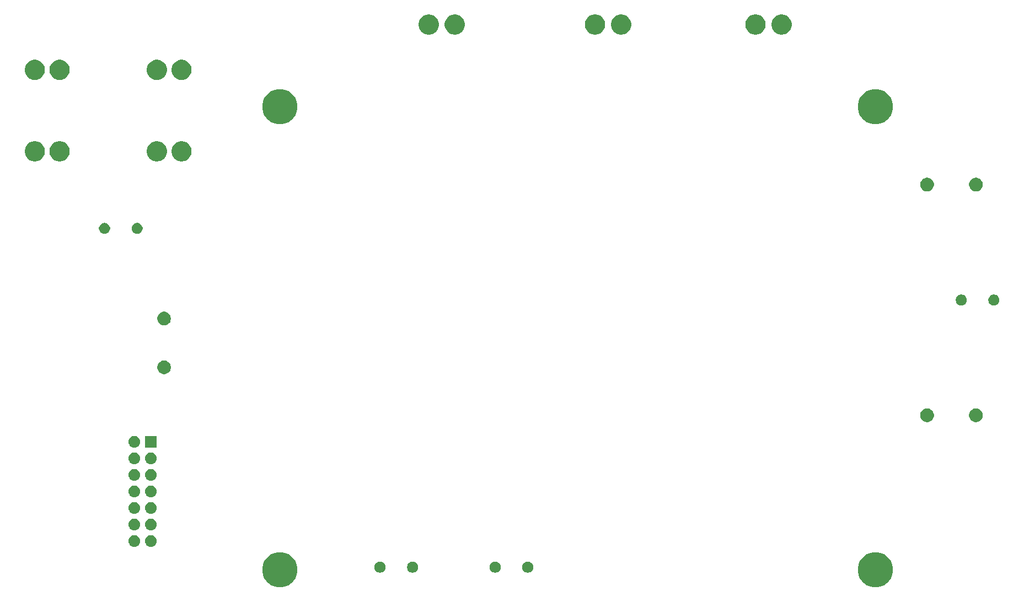
<source format=gbs>
G04 #@! TF.GenerationSoftware,KiCad,Pcbnew,5.0.2+dfsg1-1*
G04 #@! TF.CreationDate,2019-10-25T16:48:50-05:00*
G04 #@! TF.ProjectId,bldc_v1,626c6463-5f76-4312-9e6b-696361645f70,rev?*
G04 #@! TF.SameCoordinates,Original*
G04 #@! TF.FileFunction,Soldermask,Bot*
G04 #@! TF.FilePolarity,Negative*
%FSLAX46Y46*%
G04 Gerber Fmt 4.6, Leading zero omitted, Abs format (unit mm)*
G04 Created by KiCad (PCBNEW 5.0.2+dfsg1-1) date Fri 25 Oct 2019 04:48:50 PM CDT*
%MOMM*%
%LPD*%
G01*
G04 APERTURE LIST*
%ADD10C,0.100000*%
G04 APERTURE END LIST*
D10*
G36*
X200177850Y-126022797D02*
X200177852Y-126022798D01*
X200177853Y-126022798D01*
X200359430Y-126098010D01*
X200669404Y-126226405D01*
X201111790Y-126521998D01*
X201488002Y-126898210D01*
X201783595Y-127340596D01*
X201987203Y-127832150D01*
X202091000Y-128353973D01*
X202091000Y-128886027D01*
X201987203Y-129407850D01*
X201783595Y-129899404D01*
X201488002Y-130341790D01*
X201111790Y-130718002D01*
X200669404Y-131013595D01*
X200359430Y-131141990D01*
X200177853Y-131217202D01*
X200177852Y-131217202D01*
X200177850Y-131217203D01*
X199656027Y-131321000D01*
X199123973Y-131321000D01*
X198602150Y-131217203D01*
X198602148Y-131217202D01*
X198602147Y-131217202D01*
X198420570Y-131141990D01*
X198110596Y-131013595D01*
X197668210Y-130718002D01*
X197291998Y-130341790D01*
X196996405Y-129899404D01*
X196792797Y-129407850D01*
X196689000Y-128886027D01*
X196689000Y-128353973D01*
X196792797Y-127832150D01*
X196996405Y-127340596D01*
X197291998Y-126898210D01*
X197668210Y-126521998D01*
X198110596Y-126226405D01*
X198420570Y-126098010D01*
X198602147Y-126022798D01*
X198602148Y-126022798D01*
X198602150Y-126022797D01*
X199123973Y-125919000D01*
X199656027Y-125919000D01*
X200177850Y-126022797D01*
X200177850Y-126022797D01*
G37*
G36*
X108737850Y-126022797D02*
X108737852Y-126022798D01*
X108737853Y-126022798D01*
X108919430Y-126098010D01*
X109229404Y-126226405D01*
X109671790Y-126521998D01*
X110048002Y-126898210D01*
X110343595Y-127340596D01*
X110547203Y-127832150D01*
X110651000Y-128353973D01*
X110651000Y-128886027D01*
X110547203Y-129407850D01*
X110343595Y-129899404D01*
X110048002Y-130341790D01*
X109671790Y-130718002D01*
X109229404Y-131013595D01*
X108919430Y-131141990D01*
X108737853Y-131217202D01*
X108737852Y-131217202D01*
X108737850Y-131217203D01*
X108216027Y-131321000D01*
X107683973Y-131321000D01*
X107162150Y-131217203D01*
X107162148Y-131217202D01*
X107162147Y-131217202D01*
X106980570Y-131141990D01*
X106670596Y-131013595D01*
X106228210Y-130718002D01*
X105851998Y-130341790D01*
X105556405Y-129899404D01*
X105352797Y-129407850D01*
X105249000Y-128886027D01*
X105249000Y-128353973D01*
X105352797Y-127832150D01*
X105556405Y-127340596D01*
X105851998Y-126898210D01*
X106228210Y-126521998D01*
X106670596Y-126226405D01*
X106980570Y-126098010D01*
X107162147Y-126022798D01*
X107162148Y-126022798D01*
X107162150Y-126022797D01*
X107683973Y-125919000D01*
X108216027Y-125919000D01*
X108737850Y-126022797D01*
X108737850Y-126022797D01*
G37*
G36*
X146248228Y-127401703D02*
X146403100Y-127465853D01*
X146542481Y-127558985D01*
X146661015Y-127677519D01*
X146754147Y-127816900D01*
X146818297Y-127971772D01*
X146851000Y-128136184D01*
X146851000Y-128303816D01*
X146818297Y-128468228D01*
X146754147Y-128623100D01*
X146661015Y-128762481D01*
X146542481Y-128881015D01*
X146403100Y-128974147D01*
X146248228Y-129038297D01*
X146083816Y-129071000D01*
X145916184Y-129071000D01*
X145751772Y-129038297D01*
X145596900Y-128974147D01*
X145457519Y-128881015D01*
X145338985Y-128762481D01*
X145245853Y-128623100D01*
X145181703Y-128468228D01*
X145149000Y-128303816D01*
X145149000Y-128136184D01*
X145181703Y-127971772D01*
X145245853Y-127816900D01*
X145338985Y-127677519D01*
X145457519Y-127558985D01*
X145596900Y-127465853D01*
X145751772Y-127401703D01*
X145916184Y-127369000D01*
X146083816Y-127369000D01*
X146248228Y-127401703D01*
X146248228Y-127401703D01*
G37*
G36*
X123573228Y-127401703D02*
X123728100Y-127465853D01*
X123867481Y-127558985D01*
X123986015Y-127677519D01*
X124079147Y-127816900D01*
X124143297Y-127971772D01*
X124176000Y-128136184D01*
X124176000Y-128303816D01*
X124143297Y-128468228D01*
X124079147Y-128623100D01*
X123986015Y-128762481D01*
X123867481Y-128881015D01*
X123728100Y-128974147D01*
X123573228Y-129038297D01*
X123408816Y-129071000D01*
X123241184Y-129071000D01*
X123076772Y-129038297D01*
X122921900Y-128974147D01*
X122782519Y-128881015D01*
X122663985Y-128762481D01*
X122570853Y-128623100D01*
X122506703Y-128468228D01*
X122474000Y-128303816D01*
X122474000Y-128136184D01*
X122506703Y-127971772D01*
X122570853Y-127816900D01*
X122663985Y-127677519D01*
X122782519Y-127558985D01*
X122921900Y-127465853D01*
X123076772Y-127401703D01*
X123241184Y-127369000D01*
X123408816Y-127369000D01*
X123573228Y-127401703D01*
X123573228Y-127401703D01*
G37*
G36*
X141248228Y-127401703D02*
X141403100Y-127465853D01*
X141542481Y-127558985D01*
X141661015Y-127677519D01*
X141754147Y-127816900D01*
X141818297Y-127971772D01*
X141851000Y-128136184D01*
X141851000Y-128303816D01*
X141818297Y-128468228D01*
X141754147Y-128623100D01*
X141661015Y-128762481D01*
X141542481Y-128881015D01*
X141403100Y-128974147D01*
X141248228Y-129038297D01*
X141083816Y-129071000D01*
X140916184Y-129071000D01*
X140751772Y-129038297D01*
X140596900Y-128974147D01*
X140457519Y-128881015D01*
X140338985Y-128762481D01*
X140245853Y-128623100D01*
X140181703Y-128468228D01*
X140149000Y-128303816D01*
X140149000Y-128136184D01*
X140181703Y-127971772D01*
X140245853Y-127816900D01*
X140338985Y-127677519D01*
X140457519Y-127558985D01*
X140596900Y-127465853D01*
X140751772Y-127401703D01*
X140916184Y-127369000D01*
X141083816Y-127369000D01*
X141248228Y-127401703D01*
X141248228Y-127401703D01*
G37*
G36*
X128573228Y-127401703D02*
X128728100Y-127465853D01*
X128867481Y-127558985D01*
X128986015Y-127677519D01*
X129079147Y-127816900D01*
X129143297Y-127971772D01*
X129176000Y-128136184D01*
X129176000Y-128303816D01*
X129143297Y-128468228D01*
X129079147Y-128623100D01*
X128986015Y-128762481D01*
X128867481Y-128881015D01*
X128728100Y-128974147D01*
X128573228Y-129038297D01*
X128408816Y-129071000D01*
X128241184Y-129071000D01*
X128076772Y-129038297D01*
X127921900Y-128974147D01*
X127782519Y-128881015D01*
X127663985Y-128762481D01*
X127570853Y-128623100D01*
X127506703Y-128468228D01*
X127474000Y-128303816D01*
X127474000Y-128136184D01*
X127506703Y-127971772D01*
X127570853Y-127816900D01*
X127663985Y-127677519D01*
X127782519Y-127558985D01*
X127921900Y-127465853D01*
X128076772Y-127401703D01*
X128241184Y-127369000D01*
X128408816Y-127369000D01*
X128573228Y-127401703D01*
X128573228Y-127401703D01*
G37*
G36*
X85708442Y-123311518D02*
X85774627Y-123318037D01*
X85887853Y-123352384D01*
X85944467Y-123369557D01*
X86083087Y-123443652D01*
X86100991Y-123453222D01*
X86136729Y-123482552D01*
X86238186Y-123565814D01*
X86321448Y-123667271D01*
X86350778Y-123703009D01*
X86350779Y-123703011D01*
X86434443Y-123859533D01*
X86434443Y-123859534D01*
X86485963Y-124029373D01*
X86503359Y-124206000D01*
X86485963Y-124382627D01*
X86451616Y-124495853D01*
X86434443Y-124552467D01*
X86360348Y-124691087D01*
X86350778Y-124708991D01*
X86321448Y-124744729D01*
X86238186Y-124846186D01*
X86136729Y-124929448D01*
X86100991Y-124958778D01*
X86100989Y-124958779D01*
X85944467Y-125042443D01*
X85887853Y-125059616D01*
X85774627Y-125093963D01*
X85708443Y-125100481D01*
X85642260Y-125107000D01*
X85553740Y-125107000D01*
X85487557Y-125100481D01*
X85421373Y-125093963D01*
X85308147Y-125059616D01*
X85251533Y-125042443D01*
X85095011Y-124958779D01*
X85095009Y-124958778D01*
X85059271Y-124929448D01*
X84957814Y-124846186D01*
X84874552Y-124744729D01*
X84845222Y-124708991D01*
X84835652Y-124691087D01*
X84761557Y-124552467D01*
X84744384Y-124495853D01*
X84710037Y-124382627D01*
X84692641Y-124206000D01*
X84710037Y-124029373D01*
X84761557Y-123859534D01*
X84761557Y-123859533D01*
X84845221Y-123703011D01*
X84845222Y-123703009D01*
X84874552Y-123667271D01*
X84957814Y-123565814D01*
X85059271Y-123482552D01*
X85095009Y-123453222D01*
X85112913Y-123443652D01*
X85251533Y-123369557D01*
X85308147Y-123352384D01*
X85421373Y-123318037D01*
X85487558Y-123311518D01*
X85553740Y-123305000D01*
X85642260Y-123305000D01*
X85708442Y-123311518D01*
X85708442Y-123311518D01*
G37*
G36*
X88248442Y-123311518D02*
X88314627Y-123318037D01*
X88427853Y-123352384D01*
X88484467Y-123369557D01*
X88623087Y-123443652D01*
X88640991Y-123453222D01*
X88676729Y-123482552D01*
X88778186Y-123565814D01*
X88861448Y-123667271D01*
X88890778Y-123703009D01*
X88890779Y-123703011D01*
X88974443Y-123859533D01*
X88974443Y-123859534D01*
X89025963Y-124029373D01*
X89043359Y-124206000D01*
X89025963Y-124382627D01*
X88991616Y-124495853D01*
X88974443Y-124552467D01*
X88900348Y-124691087D01*
X88890778Y-124708991D01*
X88861448Y-124744729D01*
X88778186Y-124846186D01*
X88676729Y-124929448D01*
X88640991Y-124958778D01*
X88640989Y-124958779D01*
X88484467Y-125042443D01*
X88427853Y-125059616D01*
X88314627Y-125093963D01*
X88248443Y-125100481D01*
X88182260Y-125107000D01*
X88093740Y-125107000D01*
X88027557Y-125100481D01*
X87961373Y-125093963D01*
X87848147Y-125059616D01*
X87791533Y-125042443D01*
X87635011Y-124958779D01*
X87635009Y-124958778D01*
X87599271Y-124929448D01*
X87497814Y-124846186D01*
X87414552Y-124744729D01*
X87385222Y-124708991D01*
X87375652Y-124691087D01*
X87301557Y-124552467D01*
X87284384Y-124495853D01*
X87250037Y-124382627D01*
X87232641Y-124206000D01*
X87250037Y-124029373D01*
X87301557Y-123859534D01*
X87301557Y-123859533D01*
X87385221Y-123703011D01*
X87385222Y-123703009D01*
X87414552Y-123667271D01*
X87497814Y-123565814D01*
X87599271Y-123482552D01*
X87635009Y-123453222D01*
X87652913Y-123443652D01*
X87791533Y-123369557D01*
X87848147Y-123352384D01*
X87961373Y-123318037D01*
X88027558Y-123311518D01*
X88093740Y-123305000D01*
X88182260Y-123305000D01*
X88248442Y-123311518D01*
X88248442Y-123311518D01*
G37*
G36*
X85708442Y-120771518D02*
X85774627Y-120778037D01*
X85887853Y-120812384D01*
X85944467Y-120829557D01*
X86083087Y-120903652D01*
X86100991Y-120913222D01*
X86136729Y-120942552D01*
X86238186Y-121025814D01*
X86321448Y-121127271D01*
X86350778Y-121163009D01*
X86350779Y-121163011D01*
X86434443Y-121319533D01*
X86434443Y-121319534D01*
X86485963Y-121489373D01*
X86503359Y-121666000D01*
X86485963Y-121842627D01*
X86451616Y-121955853D01*
X86434443Y-122012467D01*
X86360348Y-122151087D01*
X86350778Y-122168991D01*
X86321448Y-122204729D01*
X86238186Y-122306186D01*
X86136729Y-122389448D01*
X86100991Y-122418778D01*
X86100989Y-122418779D01*
X85944467Y-122502443D01*
X85887853Y-122519616D01*
X85774627Y-122553963D01*
X85708442Y-122560482D01*
X85642260Y-122567000D01*
X85553740Y-122567000D01*
X85487558Y-122560482D01*
X85421373Y-122553963D01*
X85308147Y-122519616D01*
X85251533Y-122502443D01*
X85095011Y-122418779D01*
X85095009Y-122418778D01*
X85059271Y-122389448D01*
X84957814Y-122306186D01*
X84874552Y-122204729D01*
X84845222Y-122168991D01*
X84835652Y-122151087D01*
X84761557Y-122012467D01*
X84744384Y-121955853D01*
X84710037Y-121842627D01*
X84692641Y-121666000D01*
X84710037Y-121489373D01*
X84761557Y-121319534D01*
X84761557Y-121319533D01*
X84845221Y-121163011D01*
X84845222Y-121163009D01*
X84874552Y-121127271D01*
X84957814Y-121025814D01*
X85059271Y-120942552D01*
X85095009Y-120913222D01*
X85112913Y-120903652D01*
X85251533Y-120829557D01*
X85308147Y-120812384D01*
X85421373Y-120778037D01*
X85487558Y-120771518D01*
X85553740Y-120765000D01*
X85642260Y-120765000D01*
X85708442Y-120771518D01*
X85708442Y-120771518D01*
G37*
G36*
X88248442Y-120771518D02*
X88314627Y-120778037D01*
X88427853Y-120812384D01*
X88484467Y-120829557D01*
X88623087Y-120903652D01*
X88640991Y-120913222D01*
X88676729Y-120942552D01*
X88778186Y-121025814D01*
X88861448Y-121127271D01*
X88890778Y-121163009D01*
X88890779Y-121163011D01*
X88974443Y-121319533D01*
X88974443Y-121319534D01*
X89025963Y-121489373D01*
X89043359Y-121666000D01*
X89025963Y-121842627D01*
X88991616Y-121955853D01*
X88974443Y-122012467D01*
X88900348Y-122151087D01*
X88890778Y-122168991D01*
X88861448Y-122204729D01*
X88778186Y-122306186D01*
X88676729Y-122389448D01*
X88640991Y-122418778D01*
X88640989Y-122418779D01*
X88484467Y-122502443D01*
X88427853Y-122519616D01*
X88314627Y-122553963D01*
X88248442Y-122560482D01*
X88182260Y-122567000D01*
X88093740Y-122567000D01*
X88027558Y-122560482D01*
X87961373Y-122553963D01*
X87848147Y-122519616D01*
X87791533Y-122502443D01*
X87635011Y-122418779D01*
X87635009Y-122418778D01*
X87599271Y-122389448D01*
X87497814Y-122306186D01*
X87414552Y-122204729D01*
X87385222Y-122168991D01*
X87375652Y-122151087D01*
X87301557Y-122012467D01*
X87284384Y-121955853D01*
X87250037Y-121842627D01*
X87232641Y-121666000D01*
X87250037Y-121489373D01*
X87301557Y-121319534D01*
X87301557Y-121319533D01*
X87385221Y-121163011D01*
X87385222Y-121163009D01*
X87414552Y-121127271D01*
X87497814Y-121025814D01*
X87599271Y-120942552D01*
X87635009Y-120913222D01*
X87652913Y-120903652D01*
X87791533Y-120829557D01*
X87848147Y-120812384D01*
X87961373Y-120778037D01*
X88027558Y-120771518D01*
X88093740Y-120765000D01*
X88182260Y-120765000D01*
X88248442Y-120771518D01*
X88248442Y-120771518D01*
G37*
G36*
X85708442Y-118231518D02*
X85774627Y-118238037D01*
X85887853Y-118272384D01*
X85944467Y-118289557D01*
X86083087Y-118363652D01*
X86100991Y-118373222D01*
X86136729Y-118402552D01*
X86238186Y-118485814D01*
X86321448Y-118587271D01*
X86350778Y-118623009D01*
X86350779Y-118623011D01*
X86434443Y-118779533D01*
X86434443Y-118779534D01*
X86485963Y-118949373D01*
X86503359Y-119126000D01*
X86485963Y-119302627D01*
X86451616Y-119415853D01*
X86434443Y-119472467D01*
X86360348Y-119611087D01*
X86350778Y-119628991D01*
X86321448Y-119664729D01*
X86238186Y-119766186D01*
X86136729Y-119849448D01*
X86100991Y-119878778D01*
X86100989Y-119878779D01*
X85944467Y-119962443D01*
X85887853Y-119979616D01*
X85774627Y-120013963D01*
X85708442Y-120020482D01*
X85642260Y-120027000D01*
X85553740Y-120027000D01*
X85487558Y-120020482D01*
X85421373Y-120013963D01*
X85308147Y-119979616D01*
X85251533Y-119962443D01*
X85095011Y-119878779D01*
X85095009Y-119878778D01*
X85059271Y-119849448D01*
X84957814Y-119766186D01*
X84874552Y-119664729D01*
X84845222Y-119628991D01*
X84835652Y-119611087D01*
X84761557Y-119472467D01*
X84744384Y-119415853D01*
X84710037Y-119302627D01*
X84692641Y-119126000D01*
X84710037Y-118949373D01*
X84761557Y-118779534D01*
X84761557Y-118779533D01*
X84845221Y-118623011D01*
X84845222Y-118623009D01*
X84874552Y-118587271D01*
X84957814Y-118485814D01*
X85059271Y-118402552D01*
X85095009Y-118373222D01*
X85112913Y-118363652D01*
X85251533Y-118289557D01*
X85308147Y-118272384D01*
X85421373Y-118238037D01*
X85487558Y-118231518D01*
X85553740Y-118225000D01*
X85642260Y-118225000D01*
X85708442Y-118231518D01*
X85708442Y-118231518D01*
G37*
G36*
X88248442Y-118231518D02*
X88314627Y-118238037D01*
X88427853Y-118272384D01*
X88484467Y-118289557D01*
X88623087Y-118363652D01*
X88640991Y-118373222D01*
X88676729Y-118402552D01*
X88778186Y-118485814D01*
X88861448Y-118587271D01*
X88890778Y-118623009D01*
X88890779Y-118623011D01*
X88974443Y-118779533D01*
X88974443Y-118779534D01*
X89025963Y-118949373D01*
X89043359Y-119126000D01*
X89025963Y-119302627D01*
X88991616Y-119415853D01*
X88974443Y-119472467D01*
X88900348Y-119611087D01*
X88890778Y-119628991D01*
X88861448Y-119664729D01*
X88778186Y-119766186D01*
X88676729Y-119849448D01*
X88640991Y-119878778D01*
X88640989Y-119878779D01*
X88484467Y-119962443D01*
X88427853Y-119979616D01*
X88314627Y-120013963D01*
X88248442Y-120020482D01*
X88182260Y-120027000D01*
X88093740Y-120027000D01*
X88027558Y-120020482D01*
X87961373Y-120013963D01*
X87848147Y-119979616D01*
X87791533Y-119962443D01*
X87635011Y-119878779D01*
X87635009Y-119878778D01*
X87599271Y-119849448D01*
X87497814Y-119766186D01*
X87414552Y-119664729D01*
X87385222Y-119628991D01*
X87375652Y-119611087D01*
X87301557Y-119472467D01*
X87284384Y-119415853D01*
X87250037Y-119302627D01*
X87232641Y-119126000D01*
X87250037Y-118949373D01*
X87301557Y-118779534D01*
X87301557Y-118779533D01*
X87385221Y-118623011D01*
X87385222Y-118623009D01*
X87414552Y-118587271D01*
X87497814Y-118485814D01*
X87599271Y-118402552D01*
X87635009Y-118373222D01*
X87652913Y-118363652D01*
X87791533Y-118289557D01*
X87848147Y-118272384D01*
X87961373Y-118238037D01*
X88027558Y-118231518D01*
X88093740Y-118225000D01*
X88182260Y-118225000D01*
X88248442Y-118231518D01*
X88248442Y-118231518D01*
G37*
G36*
X85708443Y-115691519D02*
X85774627Y-115698037D01*
X85887853Y-115732384D01*
X85944467Y-115749557D01*
X86083087Y-115823652D01*
X86100991Y-115833222D01*
X86136729Y-115862552D01*
X86238186Y-115945814D01*
X86321448Y-116047271D01*
X86350778Y-116083009D01*
X86350779Y-116083011D01*
X86434443Y-116239533D01*
X86434443Y-116239534D01*
X86485963Y-116409373D01*
X86503359Y-116586000D01*
X86485963Y-116762627D01*
X86451616Y-116875853D01*
X86434443Y-116932467D01*
X86360348Y-117071087D01*
X86350778Y-117088991D01*
X86321448Y-117124729D01*
X86238186Y-117226186D01*
X86136729Y-117309448D01*
X86100991Y-117338778D01*
X86100989Y-117338779D01*
X85944467Y-117422443D01*
X85887853Y-117439616D01*
X85774627Y-117473963D01*
X85708442Y-117480482D01*
X85642260Y-117487000D01*
X85553740Y-117487000D01*
X85487558Y-117480482D01*
X85421373Y-117473963D01*
X85308147Y-117439616D01*
X85251533Y-117422443D01*
X85095011Y-117338779D01*
X85095009Y-117338778D01*
X85059271Y-117309448D01*
X84957814Y-117226186D01*
X84874552Y-117124729D01*
X84845222Y-117088991D01*
X84835652Y-117071087D01*
X84761557Y-116932467D01*
X84744384Y-116875853D01*
X84710037Y-116762627D01*
X84692641Y-116586000D01*
X84710037Y-116409373D01*
X84761557Y-116239534D01*
X84761557Y-116239533D01*
X84845221Y-116083011D01*
X84845222Y-116083009D01*
X84874552Y-116047271D01*
X84957814Y-115945814D01*
X85059271Y-115862552D01*
X85095009Y-115833222D01*
X85112913Y-115823652D01*
X85251533Y-115749557D01*
X85308147Y-115732384D01*
X85421373Y-115698037D01*
X85487557Y-115691519D01*
X85553740Y-115685000D01*
X85642260Y-115685000D01*
X85708443Y-115691519D01*
X85708443Y-115691519D01*
G37*
G36*
X88248443Y-115691519D02*
X88314627Y-115698037D01*
X88427853Y-115732384D01*
X88484467Y-115749557D01*
X88623087Y-115823652D01*
X88640991Y-115833222D01*
X88676729Y-115862552D01*
X88778186Y-115945814D01*
X88861448Y-116047271D01*
X88890778Y-116083009D01*
X88890779Y-116083011D01*
X88974443Y-116239533D01*
X88974443Y-116239534D01*
X89025963Y-116409373D01*
X89043359Y-116586000D01*
X89025963Y-116762627D01*
X88991616Y-116875853D01*
X88974443Y-116932467D01*
X88900348Y-117071087D01*
X88890778Y-117088991D01*
X88861448Y-117124729D01*
X88778186Y-117226186D01*
X88676729Y-117309448D01*
X88640991Y-117338778D01*
X88640989Y-117338779D01*
X88484467Y-117422443D01*
X88427853Y-117439616D01*
X88314627Y-117473963D01*
X88248442Y-117480482D01*
X88182260Y-117487000D01*
X88093740Y-117487000D01*
X88027558Y-117480482D01*
X87961373Y-117473963D01*
X87848147Y-117439616D01*
X87791533Y-117422443D01*
X87635011Y-117338779D01*
X87635009Y-117338778D01*
X87599271Y-117309448D01*
X87497814Y-117226186D01*
X87414552Y-117124729D01*
X87385222Y-117088991D01*
X87375652Y-117071087D01*
X87301557Y-116932467D01*
X87284384Y-116875853D01*
X87250037Y-116762627D01*
X87232641Y-116586000D01*
X87250037Y-116409373D01*
X87301557Y-116239534D01*
X87301557Y-116239533D01*
X87385221Y-116083011D01*
X87385222Y-116083009D01*
X87414552Y-116047271D01*
X87497814Y-115945814D01*
X87599271Y-115862552D01*
X87635009Y-115833222D01*
X87652913Y-115823652D01*
X87791533Y-115749557D01*
X87848147Y-115732384D01*
X87961373Y-115698037D01*
X88027557Y-115691519D01*
X88093740Y-115685000D01*
X88182260Y-115685000D01*
X88248443Y-115691519D01*
X88248443Y-115691519D01*
G37*
G36*
X88248442Y-113151518D02*
X88314627Y-113158037D01*
X88427853Y-113192384D01*
X88484467Y-113209557D01*
X88623087Y-113283652D01*
X88640991Y-113293222D01*
X88676729Y-113322552D01*
X88778186Y-113405814D01*
X88861448Y-113507271D01*
X88890778Y-113543009D01*
X88890779Y-113543011D01*
X88974443Y-113699533D01*
X88974443Y-113699534D01*
X89025963Y-113869373D01*
X89043359Y-114046000D01*
X89025963Y-114222627D01*
X88991616Y-114335853D01*
X88974443Y-114392467D01*
X88900348Y-114531087D01*
X88890778Y-114548991D01*
X88861448Y-114584729D01*
X88778186Y-114686186D01*
X88676729Y-114769448D01*
X88640991Y-114798778D01*
X88640989Y-114798779D01*
X88484467Y-114882443D01*
X88427853Y-114899616D01*
X88314627Y-114933963D01*
X88248442Y-114940482D01*
X88182260Y-114947000D01*
X88093740Y-114947000D01*
X88027558Y-114940482D01*
X87961373Y-114933963D01*
X87848147Y-114899616D01*
X87791533Y-114882443D01*
X87635011Y-114798779D01*
X87635009Y-114798778D01*
X87599271Y-114769448D01*
X87497814Y-114686186D01*
X87414552Y-114584729D01*
X87385222Y-114548991D01*
X87375652Y-114531087D01*
X87301557Y-114392467D01*
X87284384Y-114335853D01*
X87250037Y-114222627D01*
X87232641Y-114046000D01*
X87250037Y-113869373D01*
X87301557Y-113699534D01*
X87301557Y-113699533D01*
X87385221Y-113543011D01*
X87385222Y-113543009D01*
X87414552Y-113507271D01*
X87497814Y-113405814D01*
X87599271Y-113322552D01*
X87635009Y-113293222D01*
X87652913Y-113283652D01*
X87791533Y-113209557D01*
X87848147Y-113192384D01*
X87961373Y-113158037D01*
X88027558Y-113151518D01*
X88093740Y-113145000D01*
X88182260Y-113145000D01*
X88248442Y-113151518D01*
X88248442Y-113151518D01*
G37*
G36*
X85708442Y-113151518D02*
X85774627Y-113158037D01*
X85887853Y-113192384D01*
X85944467Y-113209557D01*
X86083087Y-113283652D01*
X86100991Y-113293222D01*
X86136729Y-113322552D01*
X86238186Y-113405814D01*
X86321448Y-113507271D01*
X86350778Y-113543009D01*
X86350779Y-113543011D01*
X86434443Y-113699533D01*
X86434443Y-113699534D01*
X86485963Y-113869373D01*
X86503359Y-114046000D01*
X86485963Y-114222627D01*
X86451616Y-114335853D01*
X86434443Y-114392467D01*
X86360348Y-114531087D01*
X86350778Y-114548991D01*
X86321448Y-114584729D01*
X86238186Y-114686186D01*
X86136729Y-114769448D01*
X86100991Y-114798778D01*
X86100989Y-114798779D01*
X85944467Y-114882443D01*
X85887853Y-114899616D01*
X85774627Y-114933963D01*
X85708442Y-114940482D01*
X85642260Y-114947000D01*
X85553740Y-114947000D01*
X85487558Y-114940482D01*
X85421373Y-114933963D01*
X85308147Y-114899616D01*
X85251533Y-114882443D01*
X85095011Y-114798779D01*
X85095009Y-114798778D01*
X85059271Y-114769448D01*
X84957814Y-114686186D01*
X84874552Y-114584729D01*
X84845222Y-114548991D01*
X84835652Y-114531087D01*
X84761557Y-114392467D01*
X84744384Y-114335853D01*
X84710037Y-114222627D01*
X84692641Y-114046000D01*
X84710037Y-113869373D01*
X84761557Y-113699534D01*
X84761557Y-113699533D01*
X84845221Y-113543011D01*
X84845222Y-113543009D01*
X84874552Y-113507271D01*
X84957814Y-113405814D01*
X85059271Y-113322552D01*
X85095009Y-113293222D01*
X85112913Y-113283652D01*
X85251533Y-113209557D01*
X85308147Y-113192384D01*
X85421373Y-113158037D01*
X85487558Y-113151518D01*
X85553740Y-113145000D01*
X85642260Y-113145000D01*
X85708442Y-113151518D01*
X85708442Y-113151518D01*
G37*
G36*
X88248443Y-110611519D02*
X88314627Y-110618037D01*
X88427853Y-110652384D01*
X88484467Y-110669557D01*
X88623087Y-110743652D01*
X88640991Y-110753222D01*
X88676729Y-110782552D01*
X88778186Y-110865814D01*
X88861448Y-110967271D01*
X88890778Y-111003009D01*
X88890779Y-111003011D01*
X88974443Y-111159533D01*
X88974443Y-111159534D01*
X89025963Y-111329373D01*
X89043359Y-111506000D01*
X89025963Y-111682627D01*
X88991616Y-111795853D01*
X88974443Y-111852467D01*
X88900348Y-111991087D01*
X88890778Y-112008991D01*
X88861448Y-112044729D01*
X88778186Y-112146186D01*
X88676729Y-112229448D01*
X88640991Y-112258778D01*
X88640989Y-112258779D01*
X88484467Y-112342443D01*
X88427853Y-112359616D01*
X88314627Y-112393963D01*
X88248443Y-112400481D01*
X88182260Y-112407000D01*
X88093740Y-112407000D01*
X88027557Y-112400481D01*
X87961373Y-112393963D01*
X87848147Y-112359616D01*
X87791533Y-112342443D01*
X87635011Y-112258779D01*
X87635009Y-112258778D01*
X87599271Y-112229448D01*
X87497814Y-112146186D01*
X87414552Y-112044729D01*
X87385222Y-112008991D01*
X87375652Y-111991087D01*
X87301557Y-111852467D01*
X87284384Y-111795853D01*
X87250037Y-111682627D01*
X87232641Y-111506000D01*
X87250037Y-111329373D01*
X87301557Y-111159534D01*
X87301557Y-111159533D01*
X87385221Y-111003011D01*
X87385222Y-111003009D01*
X87414552Y-110967271D01*
X87497814Y-110865814D01*
X87599271Y-110782552D01*
X87635009Y-110753222D01*
X87652913Y-110743652D01*
X87791533Y-110669557D01*
X87848147Y-110652384D01*
X87961373Y-110618037D01*
X88027557Y-110611519D01*
X88093740Y-110605000D01*
X88182260Y-110605000D01*
X88248443Y-110611519D01*
X88248443Y-110611519D01*
G37*
G36*
X85708443Y-110611519D02*
X85774627Y-110618037D01*
X85887853Y-110652384D01*
X85944467Y-110669557D01*
X86083087Y-110743652D01*
X86100991Y-110753222D01*
X86136729Y-110782552D01*
X86238186Y-110865814D01*
X86321448Y-110967271D01*
X86350778Y-111003009D01*
X86350779Y-111003011D01*
X86434443Y-111159533D01*
X86434443Y-111159534D01*
X86485963Y-111329373D01*
X86503359Y-111506000D01*
X86485963Y-111682627D01*
X86451616Y-111795853D01*
X86434443Y-111852467D01*
X86360348Y-111991087D01*
X86350778Y-112008991D01*
X86321448Y-112044729D01*
X86238186Y-112146186D01*
X86136729Y-112229448D01*
X86100991Y-112258778D01*
X86100989Y-112258779D01*
X85944467Y-112342443D01*
X85887853Y-112359616D01*
X85774627Y-112393963D01*
X85708443Y-112400481D01*
X85642260Y-112407000D01*
X85553740Y-112407000D01*
X85487557Y-112400481D01*
X85421373Y-112393963D01*
X85308147Y-112359616D01*
X85251533Y-112342443D01*
X85095011Y-112258779D01*
X85095009Y-112258778D01*
X85059271Y-112229448D01*
X84957814Y-112146186D01*
X84874552Y-112044729D01*
X84845222Y-112008991D01*
X84835652Y-111991087D01*
X84761557Y-111852467D01*
X84744384Y-111795853D01*
X84710037Y-111682627D01*
X84692641Y-111506000D01*
X84710037Y-111329373D01*
X84761557Y-111159534D01*
X84761557Y-111159533D01*
X84845221Y-111003011D01*
X84845222Y-111003009D01*
X84874552Y-110967271D01*
X84957814Y-110865814D01*
X85059271Y-110782552D01*
X85095009Y-110753222D01*
X85112913Y-110743652D01*
X85251533Y-110669557D01*
X85308147Y-110652384D01*
X85421373Y-110618037D01*
X85487557Y-110611519D01*
X85553740Y-110605000D01*
X85642260Y-110605000D01*
X85708443Y-110611519D01*
X85708443Y-110611519D01*
G37*
G36*
X85708443Y-108071519D02*
X85774627Y-108078037D01*
X85887853Y-108112384D01*
X85944467Y-108129557D01*
X86083087Y-108203652D01*
X86100991Y-108213222D01*
X86136729Y-108242552D01*
X86238186Y-108325814D01*
X86321448Y-108427271D01*
X86350778Y-108463009D01*
X86350779Y-108463011D01*
X86434443Y-108619533D01*
X86434443Y-108619534D01*
X86485963Y-108789373D01*
X86503359Y-108966000D01*
X86485963Y-109142627D01*
X86451616Y-109255853D01*
X86434443Y-109312467D01*
X86360348Y-109451087D01*
X86350778Y-109468991D01*
X86321448Y-109504729D01*
X86238186Y-109606186D01*
X86136729Y-109689448D01*
X86100991Y-109718778D01*
X86100989Y-109718779D01*
X85944467Y-109802443D01*
X85887853Y-109819616D01*
X85774627Y-109853963D01*
X85708443Y-109860481D01*
X85642260Y-109867000D01*
X85553740Y-109867000D01*
X85487557Y-109860481D01*
X85421373Y-109853963D01*
X85308147Y-109819616D01*
X85251533Y-109802443D01*
X85095011Y-109718779D01*
X85095009Y-109718778D01*
X85059271Y-109689448D01*
X84957814Y-109606186D01*
X84874552Y-109504729D01*
X84845222Y-109468991D01*
X84835652Y-109451087D01*
X84761557Y-109312467D01*
X84744384Y-109255853D01*
X84710037Y-109142627D01*
X84692641Y-108966000D01*
X84710037Y-108789373D01*
X84761557Y-108619534D01*
X84761557Y-108619533D01*
X84845221Y-108463011D01*
X84845222Y-108463009D01*
X84874552Y-108427271D01*
X84957814Y-108325814D01*
X85059271Y-108242552D01*
X85095009Y-108213222D01*
X85112913Y-108203652D01*
X85251533Y-108129557D01*
X85308147Y-108112384D01*
X85421373Y-108078037D01*
X85487557Y-108071519D01*
X85553740Y-108065000D01*
X85642260Y-108065000D01*
X85708443Y-108071519D01*
X85708443Y-108071519D01*
G37*
G36*
X89039000Y-109867000D02*
X87237000Y-109867000D01*
X87237000Y-108065000D01*
X89039000Y-108065000D01*
X89039000Y-109867000D01*
X89039000Y-109867000D01*
G37*
G36*
X207631565Y-103889389D02*
X207822834Y-103968615D01*
X207994976Y-104083637D01*
X208141363Y-104230024D01*
X208256385Y-104402166D01*
X208335611Y-104593435D01*
X208376000Y-104796484D01*
X208376000Y-105003516D01*
X208335611Y-105206565D01*
X208256385Y-105397834D01*
X208141363Y-105569976D01*
X207994976Y-105716363D01*
X207822834Y-105831385D01*
X207631565Y-105910611D01*
X207428516Y-105951000D01*
X207221484Y-105951000D01*
X207018435Y-105910611D01*
X206827166Y-105831385D01*
X206655024Y-105716363D01*
X206508637Y-105569976D01*
X206393615Y-105397834D01*
X206314389Y-105206565D01*
X206274000Y-105003516D01*
X206274000Y-104796484D01*
X206314389Y-104593435D01*
X206393615Y-104402166D01*
X206508637Y-104230024D01*
X206655024Y-104083637D01*
X206827166Y-103968615D01*
X207018435Y-103889389D01*
X207221484Y-103849000D01*
X207428516Y-103849000D01*
X207631565Y-103889389D01*
X207631565Y-103889389D01*
G37*
G36*
X215131565Y-103889389D02*
X215322834Y-103968615D01*
X215494976Y-104083637D01*
X215641363Y-104230024D01*
X215756385Y-104402166D01*
X215835611Y-104593435D01*
X215876000Y-104796484D01*
X215876000Y-105003516D01*
X215835611Y-105206565D01*
X215756385Y-105397834D01*
X215641363Y-105569976D01*
X215494976Y-105716363D01*
X215322834Y-105831385D01*
X215131565Y-105910611D01*
X214928516Y-105951000D01*
X214721484Y-105951000D01*
X214518435Y-105910611D01*
X214327166Y-105831385D01*
X214155024Y-105716363D01*
X214008637Y-105569976D01*
X213893615Y-105397834D01*
X213814389Y-105206565D01*
X213774000Y-105003516D01*
X213774000Y-104796484D01*
X213814389Y-104593435D01*
X213893615Y-104402166D01*
X214008637Y-104230024D01*
X214155024Y-104083637D01*
X214327166Y-103968615D01*
X214518435Y-103889389D01*
X214721484Y-103849000D01*
X214928516Y-103849000D01*
X215131565Y-103889389D01*
X215131565Y-103889389D01*
G37*
G36*
X90476565Y-96525389D02*
X90667834Y-96604615D01*
X90839976Y-96719637D01*
X90986363Y-96866024D01*
X91101385Y-97038166D01*
X91180611Y-97229435D01*
X91221000Y-97432484D01*
X91221000Y-97639516D01*
X91180611Y-97842565D01*
X91101385Y-98033834D01*
X90986363Y-98205976D01*
X90839976Y-98352363D01*
X90667834Y-98467385D01*
X90476565Y-98546611D01*
X90273516Y-98587000D01*
X90066484Y-98587000D01*
X89863435Y-98546611D01*
X89672166Y-98467385D01*
X89500024Y-98352363D01*
X89353637Y-98205976D01*
X89238615Y-98033834D01*
X89159389Y-97842565D01*
X89119000Y-97639516D01*
X89119000Y-97432484D01*
X89159389Y-97229435D01*
X89238615Y-97038166D01*
X89353637Y-96866024D01*
X89500024Y-96719637D01*
X89672166Y-96604615D01*
X89863435Y-96525389D01*
X90066484Y-96485000D01*
X90273516Y-96485000D01*
X90476565Y-96525389D01*
X90476565Y-96525389D01*
G37*
G36*
X90476565Y-89025389D02*
X90667834Y-89104615D01*
X90839976Y-89219637D01*
X90986363Y-89366024D01*
X91101385Y-89538166D01*
X91180611Y-89729435D01*
X91221000Y-89932484D01*
X91221000Y-90139516D01*
X91180611Y-90342565D01*
X91101385Y-90533834D01*
X90986363Y-90705976D01*
X90839976Y-90852363D01*
X90667834Y-90967385D01*
X90476565Y-91046611D01*
X90273516Y-91087000D01*
X90066484Y-91087000D01*
X89863435Y-91046611D01*
X89672166Y-90967385D01*
X89500024Y-90852363D01*
X89353637Y-90705976D01*
X89238615Y-90533834D01*
X89159389Y-90342565D01*
X89119000Y-90139516D01*
X89119000Y-89932484D01*
X89159389Y-89729435D01*
X89238615Y-89538166D01*
X89353637Y-89366024D01*
X89500024Y-89219637D01*
X89672166Y-89104615D01*
X89863435Y-89025389D01*
X90066484Y-88985000D01*
X90273516Y-88985000D01*
X90476565Y-89025389D01*
X90476565Y-89025389D01*
G37*
G36*
X212823228Y-86381703D02*
X212978100Y-86445853D01*
X213117481Y-86538985D01*
X213236015Y-86657519D01*
X213329147Y-86796900D01*
X213393297Y-86951772D01*
X213426000Y-87116184D01*
X213426000Y-87283816D01*
X213393297Y-87448228D01*
X213329147Y-87603100D01*
X213236015Y-87742481D01*
X213117481Y-87861015D01*
X212978100Y-87954147D01*
X212823228Y-88018297D01*
X212658816Y-88051000D01*
X212491184Y-88051000D01*
X212326772Y-88018297D01*
X212171900Y-87954147D01*
X212032519Y-87861015D01*
X211913985Y-87742481D01*
X211820853Y-87603100D01*
X211756703Y-87448228D01*
X211724000Y-87283816D01*
X211724000Y-87116184D01*
X211756703Y-86951772D01*
X211820853Y-86796900D01*
X211913985Y-86657519D01*
X212032519Y-86538985D01*
X212171900Y-86445853D01*
X212326772Y-86381703D01*
X212491184Y-86349000D01*
X212658816Y-86349000D01*
X212823228Y-86381703D01*
X212823228Y-86381703D01*
G37*
G36*
X217823228Y-86381703D02*
X217978100Y-86445853D01*
X218117481Y-86538985D01*
X218236015Y-86657519D01*
X218329147Y-86796900D01*
X218393297Y-86951772D01*
X218426000Y-87116184D01*
X218426000Y-87283816D01*
X218393297Y-87448228D01*
X218329147Y-87603100D01*
X218236015Y-87742481D01*
X218117481Y-87861015D01*
X217978100Y-87954147D01*
X217823228Y-88018297D01*
X217658816Y-88051000D01*
X217491184Y-88051000D01*
X217326772Y-88018297D01*
X217171900Y-87954147D01*
X217032519Y-87861015D01*
X216913985Y-87742481D01*
X216820853Y-87603100D01*
X216756703Y-87448228D01*
X216724000Y-87283816D01*
X216724000Y-87116184D01*
X216756703Y-86951772D01*
X216820853Y-86796900D01*
X216913985Y-86657519D01*
X217032519Y-86538985D01*
X217171900Y-86445853D01*
X217326772Y-86381703D01*
X217491184Y-86349000D01*
X217658816Y-86349000D01*
X217823228Y-86381703D01*
X217823228Y-86381703D01*
G37*
G36*
X86274228Y-75381703D02*
X86429100Y-75445853D01*
X86568481Y-75538985D01*
X86687015Y-75657519D01*
X86780147Y-75796900D01*
X86844297Y-75951772D01*
X86877000Y-76116184D01*
X86877000Y-76283816D01*
X86844297Y-76448228D01*
X86780147Y-76603100D01*
X86687015Y-76742481D01*
X86568481Y-76861015D01*
X86429100Y-76954147D01*
X86274228Y-77018297D01*
X86109816Y-77051000D01*
X85942184Y-77051000D01*
X85777772Y-77018297D01*
X85622900Y-76954147D01*
X85483519Y-76861015D01*
X85364985Y-76742481D01*
X85271853Y-76603100D01*
X85207703Y-76448228D01*
X85175000Y-76283816D01*
X85175000Y-76116184D01*
X85207703Y-75951772D01*
X85271853Y-75796900D01*
X85364985Y-75657519D01*
X85483519Y-75538985D01*
X85622900Y-75445853D01*
X85777772Y-75381703D01*
X85942184Y-75349000D01*
X86109816Y-75349000D01*
X86274228Y-75381703D01*
X86274228Y-75381703D01*
G37*
G36*
X81274228Y-75381703D02*
X81429100Y-75445853D01*
X81568481Y-75538985D01*
X81687015Y-75657519D01*
X81780147Y-75796900D01*
X81844297Y-75951772D01*
X81877000Y-76116184D01*
X81877000Y-76283816D01*
X81844297Y-76448228D01*
X81780147Y-76603100D01*
X81687015Y-76742481D01*
X81568481Y-76861015D01*
X81429100Y-76954147D01*
X81274228Y-77018297D01*
X81109816Y-77051000D01*
X80942184Y-77051000D01*
X80777772Y-77018297D01*
X80622900Y-76954147D01*
X80483519Y-76861015D01*
X80364985Y-76742481D01*
X80271853Y-76603100D01*
X80207703Y-76448228D01*
X80175000Y-76283816D01*
X80175000Y-76116184D01*
X80207703Y-75951772D01*
X80271853Y-75796900D01*
X80364985Y-75657519D01*
X80483519Y-75538985D01*
X80622900Y-75445853D01*
X80777772Y-75381703D01*
X80942184Y-75349000D01*
X81109816Y-75349000D01*
X81274228Y-75381703D01*
X81274228Y-75381703D01*
G37*
G36*
X215131565Y-68437738D02*
X215322834Y-68516964D01*
X215494976Y-68631986D01*
X215641363Y-68778373D01*
X215756385Y-68950515D01*
X215835611Y-69141784D01*
X215876000Y-69344833D01*
X215876000Y-69551865D01*
X215835611Y-69754914D01*
X215756385Y-69946183D01*
X215641363Y-70118325D01*
X215494976Y-70264712D01*
X215322834Y-70379734D01*
X215131565Y-70458960D01*
X214928516Y-70499349D01*
X214721484Y-70499349D01*
X214518435Y-70458960D01*
X214327166Y-70379734D01*
X214155024Y-70264712D01*
X214008637Y-70118325D01*
X213893615Y-69946183D01*
X213814389Y-69754914D01*
X213774000Y-69551865D01*
X213774000Y-69344833D01*
X213814389Y-69141784D01*
X213893615Y-68950515D01*
X214008637Y-68778373D01*
X214155024Y-68631986D01*
X214327166Y-68516964D01*
X214518435Y-68437738D01*
X214721484Y-68397349D01*
X214928516Y-68397349D01*
X215131565Y-68437738D01*
X215131565Y-68437738D01*
G37*
G36*
X207631565Y-68437738D02*
X207822834Y-68516964D01*
X207994976Y-68631986D01*
X208141363Y-68778373D01*
X208256385Y-68950515D01*
X208335611Y-69141784D01*
X208376000Y-69344833D01*
X208376000Y-69551865D01*
X208335611Y-69754914D01*
X208256385Y-69946183D01*
X208141363Y-70118325D01*
X207994976Y-70264712D01*
X207822834Y-70379734D01*
X207631565Y-70458960D01*
X207428516Y-70499349D01*
X207221484Y-70499349D01*
X207018435Y-70458960D01*
X206827166Y-70379734D01*
X206655024Y-70264712D01*
X206508637Y-70118325D01*
X206393615Y-69946183D01*
X206314389Y-69754914D01*
X206274000Y-69551865D01*
X206274000Y-69344833D01*
X206314389Y-69141784D01*
X206393615Y-68950515D01*
X206508637Y-68778373D01*
X206655024Y-68631986D01*
X206827166Y-68516964D01*
X207018435Y-68437738D01*
X207221484Y-68397349D01*
X207428516Y-68397349D01*
X207631565Y-68437738D01*
X207631565Y-68437738D01*
G37*
G36*
X70677527Y-62838736D02*
X70777410Y-62858604D01*
X71059674Y-62975521D01*
X71313705Y-63145259D01*
X71529741Y-63361295D01*
X71699479Y-63615326D01*
X71816396Y-63897590D01*
X71876000Y-64197240D01*
X71876000Y-64502760D01*
X71816396Y-64802410D01*
X71699479Y-65084674D01*
X71529741Y-65338705D01*
X71313705Y-65554741D01*
X71059674Y-65724479D01*
X70777410Y-65841396D01*
X70677527Y-65861264D01*
X70477762Y-65901000D01*
X70172238Y-65901000D01*
X69972473Y-65861264D01*
X69872590Y-65841396D01*
X69590326Y-65724479D01*
X69336295Y-65554741D01*
X69120259Y-65338705D01*
X68950521Y-65084674D01*
X68833604Y-64802410D01*
X68774000Y-64502760D01*
X68774000Y-64197240D01*
X68833604Y-63897590D01*
X68950521Y-63615326D01*
X69120259Y-63361295D01*
X69336295Y-63145259D01*
X69590326Y-62975521D01*
X69872590Y-62858604D01*
X69972473Y-62838736D01*
X70172238Y-62799000D01*
X70477762Y-62799000D01*
X70677527Y-62838736D01*
X70677527Y-62838736D01*
G37*
G36*
X93202527Y-62838736D02*
X93302410Y-62858604D01*
X93584674Y-62975521D01*
X93838705Y-63145259D01*
X94054741Y-63361295D01*
X94224479Y-63615326D01*
X94341396Y-63897590D01*
X94401000Y-64197240D01*
X94401000Y-64502760D01*
X94341396Y-64802410D01*
X94224479Y-65084674D01*
X94054741Y-65338705D01*
X93838705Y-65554741D01*
X93584674Y-65724479D01*
X93302410Y-65841396D01*
X93202527Y-65861264D01*
X93002762Y-65901000D01*
X92697238Y-65901000D01*
X92497473Y-65861264D01*
X92397590Y-65841396D01*
X92115326Y-65724479D01*
X91861295Y-65554741D01*
X91645259Y-65338705D01*
X91475521Y-65084674D01*
X91358604Y-64802410D01*
X91299000Y-64502760D01*
X91299000Y-64197240D01*
X91358604Y-63897590D01*
X91475521Y-63615326D01*
X91645259Y-63361295D01*
X91861295Y-63145259D01*
X92115326Y-62975521D01*
X92397590Y-62858604D01*
X92497473Y-62838736D01*
X92697238Y-62799000D01*
X93002762Y-62799000D01*
X93202527Y-62838736D01*
X93202527Y-62838736D01*
G37*
G36*
X89402527Y-62838736D02*
X89502410Y-62858604D01*
X89784674Y-62975521D01*
X90038705Y-63145259D01*
X90254741Y-63361295D01*
X90424479Y-63615326D01*
X90541396Y-63897590D01*
X90601000Y-64197240D01*
X90601000Y-64502760D01*
X90541396Y-64802410D01*
X90424479Y-65084674D01*
X90254741Y-65338705D01*
X90038705Y-65554741D01*
X89784674Y-65724479D01*
X89502410Y-65841396D01*
X89402527Y-65861264D01*
X89202762Y-65901000D01*
X88897238Y-65901000D01*
X88697473Y-65861264D01*
X88597590Y-65841396D01*
X88315326Y-65724479D01*
X88061295Y-65554741D01*
X87845259Y-65338705D01*
X87675521Y-65084674D01*
X87558604Y-64802410D01*
X87499000Y-64502760D01*
X87499000Y-64197240D01*
X87558604Y-63897590D01*
X87675521Y-63615326D01*
X87845259Y-63361295D01*
X88061295Y-63145259D01*
X88315326Y-62975521D01*
X88597590Y-62858604D01*
X88697473Y-62838736D01*
X88897238Y-62799000D01*
X89202762Y-62799000D01*
X89402527Y-62838736D01*
X89402527Y-62838736D01*
G37*
G36*
X74477527Y-62838736D02*
X74577410Y-62858604D01*
X74859674Y-62975521D01*
X75113705Y-63145259D01*
X75329741Y-63361295D01*
X75499479Y-63615326D01*
X75616396Y-63897590D01*
X75676000Y-64197240D01*
X75676000Y-64502760D01*
X75616396Y-64802410D01*
X75499479Y-65084674D01*
X75329741Y-65338705D01*
X75113705Y-65554741D01*
X74859674Y-65724479D01*
X74577410Y-65841396D01*
X74477527Y-65861264D01*
X74277762Y-65901000D01*
X73972238Y-65901000D01*
X73772473Y-65861264D01*
X73672590Y-65841396D01*
X73390326Y-65724479D01*
X73136295Y-65554741D01*
X72920259Y-65338705D01*
X72750521Y-65084674D01*
X72633604Y-64802410D01*
X72574000Y-64502760D01*
X72574000Y-64197240D01*
X72633604Y-63897590D01*
X72750521Y-63615326D01*
X72920259Y-63361295D01*
X73136295Y-63145259D01*
X73390326Y-62975521D01*
X73672590Y-62858604D01*
X73772473Y-62838736D01*
X73972238Y-62799000D01*
X74277762Y-62799000D01*
X74477527Y-62838736D01*
X74477527Y-62838736D01*
G37*
G36*
X200177850Y-54902797D02*
X200177852Y-54902798D01*
X200177853Y-54902798D01*
X200359430Y-54978010D01*
X200669404Y-55106405D01*
X201111790Y-55401998D01*
X201488002Y-55778210D01*
X201783595Y-56220596D01*
X201987203Y-56712150D01*
X202091000Y-57233973D01*
X202091000Y-57766027D01*
X201987203Y-58287850D01*
X201783595Y-58779404D01*
X201488002Y-59221790D01*
X201111790Y-59598002D01*
X200669404Y-59893595D01*
X200359430Y-60021990D01*
X200177853Y-60097202D01*
X200177852Y-60097202D01*
X200177850Y-60097203D01*
X199656027Y-60201000D01*
X199123973Y-60201000D01*
X198602150Y-60097203D01*
X198602148Y-60097202D01*
X198602147Y-60097202D01*
X198420570Y-60021990D01*
X198110596Y-59893595D01*
X197668210Y-59598002D01*
X197291998Y-59221790D01*
X196996405Y-58779404D01*
X196792797Y-58287850D01*
X196689000Y-57766027D01*
X196689000Y-57233973D01*
X196792797Y-56712150D01*
X196996405Y-56220596D01*
X197291998Y-55778210D01*
X197668210Y-55401998D01*
X198110596Y-55106405D01*
X198420570Y-54978010D01*
X198602147Y-54902798D01*
X198602148Y-54902798D01*
X198602150Y-54902797D01*
X199123973Y-54799000D01*
X199656027Y-54799000D01*
X200177850Y-54902797D01*
X200177850Y-54902797D01*
G37*
G36*
X108737850Y-54902797D02*
X108737852Y-54902798D01*
X108737853Y-54902798D01*
X108919430Y-54978010D01*
X109229404Y-55106405D01*
X109671790Y-55401998D01*
X110048002Y-55778210D01*
X110343595Y-56220596D01*
X110547203Y-56712150D01*
X110651000Y-57233973D01*
X110651000Y-57766027D01*
X110547203Y-58287850D01*
X110343595Y-58779404D01*
X110048002Y-59221790D01*
X109671790Y-59598002D01*
X109229404Y-59893595D01*
X108919430Y-60021990D01*
X108737853Y-60097202D01*
X108737852Y-60097202D01*
X108737850Y-60097203D01*
X108216027Y-60201000D01*
X107683973Y-60201000D01*
X107162150Y-60097203D01*
X107162148Y-60097202D01*
X107162147Y-60097202D01*
X106980570Y-60021990D01*
X106670596Y-59893595D01*
X106228210Y-59598002D01*
X105851998Y-59221790D01*
X105556405Y-58779404D01*
X105352797Y-58287850D01*
X105249000Y-57766027D01*
X105249000Y-57233973D01*
X105352797Y-56712150D01*
X105556405Y-56220596D01*
X105851998Y-55778210D01*
X106228210Y-55401998D01*
X106670596Y-55106405D01*
X106980570Y-54978010D01*
X107162147Y-54902798D01*
X107162148Y-54902798D01*
X107162150Y-54902797D01*
X107683973Y-54799000D01*
X108216027Y-54799000D01*
X108737850Y-54902797D01*
X108737850Y-54902797D01*
G37*
G36*
X74477527Y-50338736D02*
X74577410Y-50358604D01*
X74859674Y-50475521D01*
X75113705Y-50645259D01*
X75329741Y-50861295D01*
X75499479Y-51115326D01*
X75616396Y-51397590D01*
X75676000Y-51697240D01*
X75676000Y-52002760D01*
X75616396Y-52302410D01*
X75499479Y-52584674D01*
X75329741Y-52838705D01*
X75113705Y-53054741D01*
X74859674Y-53224479D01*
X74577410Y-53341396D01*
X74477527Y-53361264D01*
X74277762Y-53401000D01*
X73972238Y-53401000D01*
X73772473Y-53361264D01*
X73672590Y-53341396D01*
X73390326Y-53224479D01*
X73136295Y-53054741D01*
X72920259Y-52838705D01*
X72750521Y-52584674D01*
X72633604Y-52302410D01*
X72574000Y-52002760D01*
X72574000Y-51697240D01*
X72633604Y-51397590D01*
X72750521Y-51115326D01*
X72920259Y-50861295D01*
X73136295Y-50645259D01*
X73390326Y-50475521D01*
X73672590Y-50358604D01*
X73772473Y-50338736D01*
X73972238Y-50299000D01*
X74277762Y-50299000D01*
X74477527Y-50338736D01*
X74477527Y-50338736D01*
G37*
G36*
X70677527Y-50338736D02*
X70777410Y-50358604D01*
X71059674Y-50475521D01*
X71313705Y-50645259D01*
X71529741Y-50861295D01*
X71699479Y-51115326D01*
X71816396Y-51397590D01*
X71876000Y-51697240D01*
X71876000Y-52002760D01*
X71816396Y-52302410D01*
X71699479Y-52584674D01*
X71529741Y-52838705D01*
X71313705Y-53054741D01*
X71059674Y-53224479D01*
X70777410Y-53341396D01*
X70677527Y-53361264D01*
X70477762Y-53401000D01*
X70172238Y-53401000D01*
X69972473Y-53361264D01*
X69872590Y-53341396D01*
X69590326Y-53224479D01*
X69336295Y-53054741D01*
X69120259Y-52838705D01*
X68950521Y-52584674D01*
X68833604Y-52302410D01*
X68774000Y-52002760D01*
X68774000Y-51697240D01*
X68833604Y-51397590D01*
X68950521Y-51115326D01*
X69120259Y-50861295D01*
X69336295Y-50645259D01*
X69590326Y-50475521D01*
X69872590Y-50358604D01*
X69972473Y-50338736D01*
X70172238Y-50299000D01*
X70477762Y-50299000D01*
X70677527Y-50338736D01*
X70677527Y-50338736D01*
G37*
G36*
X93202527Y-50338736D02*
X93302410Y-50358604D01*
X93584674Y-50475521D01*
X93838705Y-50645259D01*
X94054741Y-50861295D01*
X94224479Y-51115326D01*
X94341396Y-51397590D01*
X94401000Y-51697240D01*
X94401000Y-52002760D01*
X94341396Y-52302410D01*
X94224479Y-52584674D01*
X94054741Y-52838705D01*
X93838705Y-53054741D01*
X93584674Y-53224479D01*
X93302410Y-53341396D01*
X93202527Y-53361264D01*
X93002762Y-53401000D01*
X92697238Y-53401000D01*
X92497473Y-53361264D01*
X92397590Y-53341396D01*
X92115326Y-53224479D01*
X91861295Y-53054741D01*
X91645259Y-52838705D01*
X91475521Y-52584674D01*
X91358604Y-52302410D01*
X91299000Y-52002760D01*
X91299000Y-51697240D01*
X91358604Y-51397590D01*
X91475521Y-51115326D01*
X91645259Y-50861295D01*
X91861295Y-50645259D01*
X92115326Y-50475521D01*
X92397590Y-50358604D01*
X92497473Y-50338736D01*
X92697238Y-50299000D01*
X93002762Y-50299000D01*
X93202527Y-50338736D01*
X93202527Y-50338736D01*
G37*
G36*
X89402527Y-50338736D02*
X89502410Y-50358604D01*
X89784674Y-50475521D01*
X90038705Y-50645259D01*
X90254741Y-50861295D01*
X90424479Y-51115326D01*
X90541396Y-51397590D01*
X90601000Y-51697240D01*
X90601000Y-52002760D01*
X90541396Y-52302410D01*
X90424479Y-52584674D01*
X90254741Y-52838705D01*
X90038705Y-53054741D01*
X89784674Y-53224479D01*
X89502410Y-53341396D01*
X89402527Y-53361264D01*
X89202762Y-53401000D01*
X88897238Y-53401000D01*
X88697473Y-53361264D01*
X88597590Y-53341396D01*
X88315326Y-53224479D01*
X88061295Y-53054741D01*
X87845259Y-52838705D01*
X87675521Y-52584674D01*
X87558604Y-52302410D01*
X87499000Y-52002760D01*
X87499000Y-51697240D01*
X87558604Y-51397590D01*
X87675521Y-51115326D01*
X87845259Y-50861295D01*
X88061295Y-50645259D01*
X88315326Y-50475521D01*
X88597590Y-50358604D01*
X88697473Y-50338736D01*
X88897238Y-50299000D01*
X89202762Y-50299000D01*
X89402527Y-50338736D01*
X89402527Y-50338736D01*
G37*
G36*
X185327527Y-43368736D02*
X185427410Y-43388604D01*
X185709674Y-43505521D01*
X185963705Y-43675259D01*
X186179741Y-43891295D01*
X186349479Y-44145326D01*
X186466396Y-44427590D01*
X186526000Y-44727240D01*
X186526000Y-45032760D01*
X186466396Y-45332410D01*
X186349479Y-45614674D01*
X186179741Y-45868705D01*
X185963705Y-46084741D01*
X185709674Y-46254479D01*
X185427410Y-46371396D01*
X185327527Y-46391264D01*
X185127762Y-46431000D01*
X184822238Y-46431000D01*
X184622473Y-46391264D01*
X184522590Y-46371396D01*
X184240326Y-46254479D01*
X183986295Y-46084741D01*
X183770259Y-45868705D01*
X183600521Y-45614674D01*
X183483604Y-45332410D01*
X183424000Y-45032760D01*
X183424000Y-44727240D01*
X183483604Y-44427590D01*
X183600521Y-44145326D01*
X183770259Y-43891295D01*
X183986295Y-43675259D01*
X184240326Y-43505521D01*
X184522590Y-43388604D01*
X184622473Y-43368736D01*
X184822238Y-43329000D01*
X185127762Y-43329000D01*
X185327527Y-43368736D01*
X185327527Y-43368736D01*
G37*
G36*
X131162527Y-43368736D02*
X131262410Y-43388604D01*
X131544674Y-43505521D01*
X131798705Y-43675259D01*
X132014741Y-43891295D01*
X132184479Y-44145326D01*
X132301396Y-44427590D01*
X132361000Y-44727240D01*
X132361000Y-45032760D01*
X132301396Y-45332410D01*
X132184479Y-45614674D01*
X132014741Y-45868705D01*
X131798705Y-46084741D01*
X131544674Y-46254479D01*
X131262410Y-46371396D01*
X131162527Y-46391264D01*
X130962762Y-46431000D01*
X130657238Y-46431000D01*
X130457473Y-46391264D01*
X130357590Y-46371396D01*
X130075326Y-46254479D01*
X129821295Y-46084741D01*
X129605259Y-45868705D01*
X129435521Y-45614674D01*
X129318604Y-45332410D01*
X129259000Y-45032760D01*
X129259000Y-44727240D01*
X129318604Y-44427590D01*
X129435521Y-44145326D01*
X129605259Y-43891295D01*
X129821295Y-43675259D01*
X130075326Y-43505521D01*
X130357590Y-43388604D01*
X130457473Y-43368736D01*
X130657238Y-43329000D01*
X130962762Y-43329000D01*
X131162527Y-43368736D01*
X131162527Y-43368736D01*
G37*
G36*
X135162527Y-43368736D02*
X135262410Y-43388604D01*
X135544674Y-43505521D01*
X135798705Y-43675259D01*
X136014741Y-43891295D01*
X136184479Y-44145326D01*
X136301396Y-44427590D01*
X136361000Y-44727240D01*
X136361000Y-45032760D01*
X136301396Y-45332410D01*
X136184479Y-45614674D01*
X136014741Y-45868705D01*
X135798705Y-46084741D01*
X135544674Y-46254479D01*
X135262410Y-46371396D01*
X135162527Y-46391264D01*
X134962762Y-46431000D01*
X134657238Y-46431000D01*
X134457473Y-46391264D01*
X134357590Y-46371396D01*
X134075326Y-46254479D01*
X133821295Y-46084741D01*
X133605259Y-45868705D01*
X133435521Y-45614674D01*
X133318604Y-45332410D01*
X133259000Y-45032760D01*
X133259000Y-44727240D01*
X133318604Y-44427590D01*
X133435521Y-44145326D01*
X133605259Y-43891295D01*
X133821295Y-43675259D01*
X134075326Y-43505521D01*
X134357590Y-43388604D01*
X134457473Y-43368736D01*
X134657238Y-43329000D01*
X134962762Y-43329000D01*
X135162527Y-43368736D01*
X135162527Y-43368736D01*
G37*
G36*
X156689527Y-43368736D02*
X156789410Y-43388604D01*
X157071674Y-43505521D01*
X157325705Y-43675259D01*
X157541741Y-43891295D01*
X157711479Y-44145326D01*
X157828396Y-44427590D01*
X157888000Y-44727240D01*
X157888000Y-45032760D01*
X157828396Y-45332410D01*
X157711479Y-45614674D01*
X157541741Y-45868705D01*
X157325705Y-46084741D01*
X157071674Y-46254479D01*
X156789410Y-46371396D01*
X156689527Y-46391264D01*
X156489762Y-46431000D01*
X156184238Y-46431000D01*
X155984473Y-46391264D01*
X155884590Y-46371396D01*
X155602326Y-46254479D01*
X155348295Y-46084741D01*
X155132259Y-45868705D01*
X154962521Y-45614674D01*
X154845604Y-45332410D01*
X154786000Y-45032760D01*
X154786000Y-44727240D01*
X154845604Y-44427590D01*
X154962521Y-44145326D01*
X155132259Y-43891295D01*
X155348295Y-43675259D01*
X155602326Y-43505521D01*
X155884590Y-43388604D01*
X155984473Y-43368736D01*
X156184238Y-43329000D01*
X156489762Y-43329000D01*
X156689527Y-43368736D01*
X156689527Y-43368736D01*
G37*
G36*
X160689527Y-43368736D02*
X160789410Y-43388604D01*
X161071674Y-43505521D01*
X161325705Y-43675259D01*
X161541741Y-43891295D01*
X161711479Y-44145326D01*
X161828396Y-44427590D01*
X161888000Y-44727240D01*
X161888000Y-45032760D01*
X161828396Y-45332410D01*
X161711479Y-45614674D01*
X161541741Y-45868705D01*
X161325705Y-46084741D01*
X161071674Y-46254479D01*
X160789410Y-46371396D01*
X160689527Y-46391264D01*
X160489762Y-46431000D01*
X160184238Y-46431000D01*
X159984473Y-46391264D01*
X159884590Y-46371396D01*
X159602326Y-46254479D01*
X159348295Y-46084741D01*
X159132259Y-45868705D01*
X158962521Y-45614674D01*
X158845604Y-45332410D01*
X158786000Y-45032760D01*
X158786000Y-44727240D01*
X158845604Y-44427590D01*
X158962521Y-44145326D01*
X159132259Y-43891295D01*
X159348295Y-43675259D01*
X159602326Y-43505521D01*
X159884590Y-43388604D01*
X159984473Y-43368736D01*
X160184238Y-43329000D01*
X160489762Y-43329000D01*
X160689527Y-43368736D01*
X160689527Y-43368736D01*
G37*
G36*
X181327527Y-43368736D02*
X181427410Y-43388604D01*
X181709674Y-43505521D01*
X181963705Y-43675259D01*
X182179741Y-43891295D01*
X182349479Y-44145326D01*
X182466396Y-44427590D01*
X182526000Y-44727240D01*
X182526000Y-45032760D01*
X182466396Y-45332410D01*
X182349479Y-45614674D01*
X182179741Y-45868705D01*
X181963705Y-46084741D01*
X181709674Y-46254479D01*
X181427410Y-46371396D01*
X181327527Y-46391264D01*
X181127762Y-46431000D01*
X180822238Y-46431000D01*
X180622473Y-46391264D01*
X180522590Y-46371396D01*
X180240326Y-46254479D01*
X179986295Y-46084741D01*
X179770259Y-45868705D01*
X179600521Y-45614674D01*
X179483604Y-45332410D01*
X179424000Y-45032760D01*
X179424000Y-44727240D01*
X179483604Y-44427590D01*
X179600521Y-44145326D01*
X179770259Y-43891295D01*
X179986295Y-43675259D01*
X180240326Y-43505521D01*
X180522590Y-43388604D01*
X180622473Y-43368736D01*
X180822238Y-43329000D01*
X181127762Y-43329000D01*
X181327527Y-43368736D01*
X181327527Y-43368736D01*
G37*
M02*

</source>
